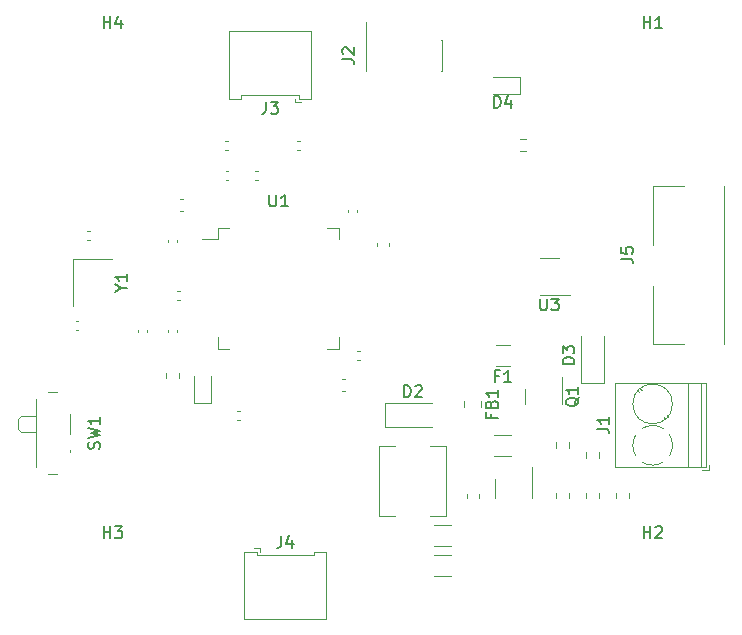
<source format=gbr>
%TF.GenerationSoftware,KiCad,Pcbnew,7.0.2*%
%TF.CreationDate,2023-05-29T18:28:01+05:30*%
%TF.ProjectId,_autosave-STM32,5f617574-6f73-4617-9665-2d53544d3332,rev?*%
%TF.SameCoordinates,Original*%
%TF.FileFunction,Legend,Top*%
%TF.FilePolarity,Positive*%
%FSLAX46Y46*%
G04 Gerber Fmt 4.6, Leading zero omitted, Abs format (unit mm)*
G04 Created by KiCad (PCBNEW 7.0.2) date 2023-05-29 18:28:01*
%MOMM*%
%LPD*%
G01*
G04 APERTURE LIST*
%ADD10C,0.150000*%
%ADD11C,0.120000*%
G04 APERTURE END LIST*
D10*
%TO.C,U1*%
X125028095Y-82907619D02*
X125028095Y-83717142D01*
X125028095Y-83717142D02*
X125075714Y-83812380D01*
X125075714Y-83812380D02*
X125123333Y-83860000D01*
X125123333Y-83860000D02*
X125218571Y-83907619D01*
X125218571Y-83907619D02*
X125409047Y-83907619D01*
X125409047Y-83907619D02*
X125504285Y-83860000D01*
X125504285Y-83860000D02*
X125551904Y-83812380D01*
X125551904Y-83812380D02*
X125599523Y-83717142D01*
X125599523Y-83717142D02*
X125599523Y-82907619D01*
X126599523Y-83907619D02*
X126028095Y-83907619D01*
X126313809Y-83907619D02*
X126313809Y-82907619D01*
X126313809Y-82907619D02*
X126218571Y-83050476D01*
X126218571Y-83050476D02*
X126123333Y-83145714D01*
X126123333Y-83145714D02*
X126028095Y-83193333D01*
%TO.C,U3*%
X147960595Y-91712619D02*
X147960595Y-92522142D01*
X147960595Y-92522142D02*
X148008214Y-92617380D01*
X148008214Y-92617380D02*
X148055833Y-92665000D01*
X148055833Y-92665000D02*
X148151071Y-92712619D01*
X148151071Y-92712619D02*
X148341547Y-92712619D01*
X148341547Y-92712619D02*
X148436785Y-92665000D01*
X148436785Y-92665000D02*
X148484404Y-92617380D01*
X148484404Y-92617380D02*
X148532023Y-92522142D01*
X148532023Y-92522142D02*
X148532023Y-91712619D01*
X148912976Y-91712619D02*
X149532023Y-91712619D01*
X149532023Y-91712619D02*
X149198690Y-92093571D01*
X149198690Y-92093571D02*
X149341547Y-92093571D01*
X149341547Y-92093571D02*
X149436785Y-92141190D01*
X149436785Y-92141190D02*
X149484404Y-92188809D01*
X149484404Y-92188809D02*
X149532023Y-92284047D01*
X149532023Y-92284047D02*
X149532023Y-92522142D01*
X149532023Y-92522142D02*
X149484404Y-92617380D01*
X149484404Y-92617380D02*
X149436785Y-92665000D01*
X149436785Y-92665000D02*
X149341547Y-92712619D01*
X149341547Y-92712619D02*
X149055833Y-92712619D01*
X149055833Y-92712619D02*
X148960595Y-92665000D01*
X148960595Y-92665000D02*
X148912976Y-92617380D01*
%TO.C,H4*%
X110998095Y-68822619D02*
X110998095Y-67822619D01*
X110998095Y-68298809D02*
X111569523Y-68298809D01*
X111569523Y-68822619D02*
X111569523Y-67822619D01*
X112474285Y-68155952D02*
X112474285Y-68822619D01*
X112236190Y-67775000D02*
X111998095Y-68489285D01*
X111998095Y-68489285D02*
X112617142Y-68489285D01*
%TO.C,H2*%
X156718095Y-112002619D02*
X156718095Y-111002619D01*
X156718095Y-111478809D02*
X157289523Y-111478809D01*
X157289523Y-112002619D02*
X157289523Y-111002619D01*
X157718095Y-111097857D02*
X157765714Y-111050238D01*
X157765714Y-111050238D02*
X157860952Y-111002619D01*
X157860952Y-111002619D02*
X158099047Y-111002619D01*
X158099047Y-111002619D02*
X158194285Y-111050238D01*
X158194285Y-111050238D02*
X158241904Y-111097857D01*
X158241904Y-111097857D02*
X158289523Y-111193095D01*
X158289523Y-111193095D02*
X158289523Y-111288333D01*
X158289523Y-111288333D02*
X158241904Y-111431190D01*
X158241904Y-111431190D02*
X157670476Y-112002619D01*
X157670476Y-112002619D02*
X158289523Y-112002619D01*
%TO.C,Y1*%
X112506428Y-90816190D02*
X112982619Y-90816190D01*
X111982619Y-91149523D02*
X112506428Y-90816190D01*
X112506428Y-90816190D02*
X111982619Y-90482857D01*
X112982619Y-89625714D02*
X112982619Y-90197142D01*
X112982619Y-89911428D02*
X111982619Y-89911428D01*
X111982619Y-89911428D02*
X112125476Y-90006666D01*
X112125476Y-90006666D02*
X112220714Y-90101904D01*
X112220714Y-90101904D02*
X112268333Y-90197142D01*
%TO.C,H1*%
X156718095Y-68822619D02*
X156718095Y-67822619D01*
X156718095Y-68298809D02*
X157289523Y-68298809D01*
X157289523Y-68822619D02*
X157289523Y-67822619D01*
X158289523Y-68822619D02*
X157718095Y-68822619D01*
X158003809Y-68822619D02*
X158003809Y-67822619D01*
X158003809Y-67822619D02*
X157908571Y-67965476D01*
X157908571Y-67965476D02*
X157813333Y-68060714D01*
X157813333Y-68060714D02*
X157718095Y-68108333D01*
%TO.C,Q1*%
X151227857Y-100092738D02*
X151180238Y-100187976D01*
X151180238Y-100187976D02*
X151085000Y-100283214D01*
X151085000Y-100283214D02*
X150942142Y-100426071D01*
X150942142Y-100426071D02*
X150894523Y-100521309D01*
X150894523Y-100521309D02*
X150894523Y-100616547D01*
X151132619Y-100568928D02*
X151085000Y-100664166D01*
X151085000Y-100664166D02*
X150989761Y-100759404D01*
X150989761Y-100759404D02*
X150799285Y-100807023D01*
X150799285Y-100807023D02*
X150465952Y-100807023D01*
X150465952Y-100807023D02*
X150275476Y-100759404D01*
X150275476Y-100759404D02*
X150180238Y-100664166D01*
X150180238Y-100664166D02*
X150132619Y-100568928D01*
X150132619Y-100568928D02*
X150132619Y-100378452D01*
X150132619Y-100378452D02*
X150180238Y-100283214D01*
X150180238Y-100283214D02*
X150275476Y-100187976D01*
X150275476Y-100187976D02*
X150465952Y-100140357D01*
X150465952Y-100140357D02*
X150799285Y-100140357D01*
X150799285Y-100140357D02*
X150989761Y-100187976D01*
X150989761Y-100187976D02*
X151085000Y-100283214D01*
X151085000Y-100283214D02*
X151132619Y-100378452D01*
X151132619Y-100378452D02*
X151132619Y-100568928D01*
X151132619Y-99187976D02*
X151132619Y-99759404D01*
X151132619Y-99473690D02*
X150132619Y-99473690D01*
X150132619Y-99473690D02*
X150275476Y-99568928D01*
X150275476Y-99568928D02*
X150370714Y-99664166D01*
X150370714Y-99664166D02*
X150418333Y-99759404D01*
%TO.C,J5*%
X154817619Y-88333333D02*
X155531904Y-88333333D01*
X155531904Y-88333333D02*
X155674761Y-88380952D01*
X155674761Y-88380952D02*
X155770000Y-88476190D01*
X155770000Y-88476190D02*
X155817619Y-88619047D01*
X155817619Y-88619047D02*
X155817619Y-88714285D01*
X154817619Y-87380952D02*
X154817619Y-87857142D01*
X154817619Y-87857142D02*
X155293809Y-87904761D01*
X155293809Y-87904761D02*
X155246190Y-87857142D01*
X155246190Y-87857142D02*
X155198571Y-87761904D01*
X155198571Y-87761904D02*
X155198571Y-87523809D01*
X155198571Y-87523809D02*
X155246190Y-87428571D01*
X155246190Y-87428571D02*
X155293809Y-87380952D01*
X155293809Y-87380952D02*
X155389047Y-87333333D01*
X155389047Y-87333333D02*
X155627142Y-87333333D01*
X155627142Y-87333333D02*
X155722380Y-87380952D01*
X155722380Y-87380952D02*
X155770000Y-87428571D01*
X155770000Y-87428571D02*
X155817619Y-87523809D01*
X155817619Y-87523809D02*
X155817619Y-87761904D01*
X155817619Y-87761904D02*
X155770000Y-87857142D01*
X155770000Y-87857142D02*
X155722380Y-87904761D01*
%TO.C,SW1*%
X110625000Y-104433332D02*
X110672619Y-104290475D01*
X110672619Y-104290475D02*
X110672619Y-104052380D01*
X110672619Y-104052380D02*
X110625000Y-103957142D01*
X110625000Y-103957142D02*
X110577380Y-103909523D01*
X110577380Y-103909523D02*
X110482142Y-103861904D01*
X110482142Y-103861904D02*
X110386904Y-103861904D01*
X110386904Y-103861904D02*
X110291666Y-103909523D01*
X110291666Y-103909523D02*
X110244047Y-103957142D01*
X110244047Y-103957142D02*
X110196428Y-104052380D01*
X110196428Y-104052380D02*
X110148809Y-104242856D01*
X110148809Y-104242856D02*
X110101190Y-104338094D01*
X110101190Y-104338094D02*
X110053571Y-104385713D01*
X110053571Y-104385713D02*
X109958333Y-104433332D01*
X109958333Y-104433332D02*
X109863095Y-104433332D01*
X109863095Y-104433332D02*
X109767857Y-104385713D01*
X109767857Y-104385713D02*
X109720238Y-104338094D01*
X109720238Y-104338094D02*
X109672619Y-104242856D01*
X109672619Y-104242856D02*
X109672619Y-104004761D01*
X109672619Y-104004761D02*
X109720238Y-103861904D01*
X109672619Y-103528570D02*
X110672619Y-103290475D01*
X110672619Y-103290475D02*
X109958333Y-103099999D01*
X109958333Y-103099999D02*
X110672619Y-102909523D01*
X110672619Y-102909523D02*
X109672619Y-102671428D01*
X110672619Y-101766666D02*
X110672619Y-102338094D01*
X110672619Y-102052380D02*
X109672619Y-102052380D01*
X109672619Y-102052380D02*
X109815476Y-102147618D01*
X109815476Y-102147618D02*
X109910714Y-102242856D01*
X109910714Y-102242856D02*
X109958333Y-102338094D01*
%TO.C,F1*%
X144446666Y-98278809D02*
X144113333Y-98278809D01*
X144113333Y-98802619D02*
X144113333Y-97802619D01*
X144113333Y-97802619D02*
X144589523Y-97802619D01*
X145494285Y-98802619D02*
X144922857Y-98802619D01*
X145208571Y-98802619D02*
X145208571Y-97802619D01*
X145208571Y-97802619D02*
X145113333Y-97945476D01*
X145113333Y-97945476D02*
X145018095Y-98040714D01*
X145018095Y-98040714D02*
X144922857Y-98088333D01*
%TO.C,J2*%
X131207619Y-71453333D02*
X131921904Y-71453333D01*
X131921904Y-71453333D02*
X132064761Y-71500952D01*
X132064761Y-71500952D02*
X132160000Y-71596190D01*
X132160000Y-71596190D02*
X132207619Y-71739047D01*
X132207619Y-71739047D02*
X132207619Y-71834285D01*
X131302857Y-71024761D02*
X131255238Y-70977142D01*
X131255238Y-70977142D02*
X131207619Y-70881904D01*
X131207619Y-70881904D02*
X131207619Y-70643809D01*
X131207619Y-70643809D02*
X131255238Y-70548571D01*
X131255238Y-70548571D02*
X131302857Y-70500952D01*
X131302857Y-70500952D02*
X131398095Y-70453333D01*
X131398095Y-70453333D02*
X131493333Y-70453333D01*
X131493333Y-70453333D02*
X131636190Y-70500952D01*
X131636190Y-70500952D02*
X132207619Y-71072380D01*
X132207619Y-71072380D02*
X132207619Y-70453333D01*
%TO.C,D2*%
X136421905Y-100062619D02*
X136421905Y-99062619D01*
X136421905Y-99062619D02*
X136660000Y-99062619D01*
X136660000Y-99062619D02*
X136802857Y-99110238D01*
X136802857Y-99110238D02*
X136898095Y-99205476D01*
X136898095Y-99205476D02*
X136945714Y-99300714D01*
X136945714Y-99300714D02*
X136993333Y-99491190D01*
X136993333Y-99491190D02*
X136993333Y-99634047D01*
X136993333Y-99634047D02*
X136945714Y-99824523D01*
X136945714Y-99824523D02*
X136898095Y-99919761D01*
X136898095Y-99919761D02*
X136802857Y-100015000D01*
X136802857Y-100015000D02*
X136660000Y-100062619D01*
X136660000Y-100062619D02*
X136421905Y-100062619D01*
X137374286Y-99157857D02*
X137421905Y-99110238D01*
X137421905Y-99110238D02*
X137517143Y-99062619D01*
X137517143Y-99062619D02*
X137755238Y-99062619D01*
X137755238Y-99062619D02*
X137850476Y-99110238D01*
X137850476Y-99110238D02*
X137898095Y-99157857D01*
X137898095Y-99157857D02*
X137945714Y-99253095D01*
X137945714Y-99253095D02*
X137945714Y-99348333D01*
X137945714Y-99348333D02*
X137898095Y-99491190D01*
X137898095Y-99491190D02*
X137326667Y-100062619D01*
X137326667Y-100062619D02*
X137945714Y-100062619D01*
%TO.C,D4*%
X144041905Y-75552619D02*
X144041905Y-74552619D01*
X144041905Y-74552619D02*
X144280000Y-74552619D01*
X144280000Y-74552619D02*
X144422857Y-74600238D01*
X144422857Y-74600238D02*
X144518095Y-74695476D01*
X144518095Y-74695476D02*
X144565714Y-74790714D01*
X144565714Y-74790714D02*
X144613333Y-74981190D01*
X144613333Y-74981190D02*
X144613333Y-75124047D01*
X144613333Y-75124047D02*
X144565714Y-75314523D01*
X144565714Y-75314523D02*
X144518095Y-75409761D01*
X144518095Y-75409761D02*
X144422857Y-75505000D01*
X144422857Y-75505000D02*
X144280000Y-75552619D01*
X144280000Y-75552619D02*
X144041905Y-75552619D01*
X145470476Y-74885952D02*
X145470476Y-75552619D01*
X145232381Y-74505000D02*
X144994286Y-75219285D01*
X144994286Y-75219285D02*
X145613333Y-75219285D01*
%TO.C,J4*%
X126046666Y-111812619D02*
X126046666Y-112526904D01*
X126046666Y-112526904D02*
X125999047Y-112669761D01*
X125999047Y-112669761D02*
X125903809Y-112765000D01*
X125903809Y-112765000D02*
X125760952Y-112812619D01*
X125760952Y-112812619D02*
X125665714Y-112812619D01*
X126951428Y-112145952D02*
X126951428Y-112812619D01*
X126713333Y-111765000D02*
X126475238Y-112479285D01*
X126475238Y-112479285D02*
X127094285Y-112479285D01*
%TO.C,FB1*%
X143828809Y-101495833D02*
X143828809Y-101829166D01*
X144352619Y-101829166D02*
X143352619Y-101829166D01*
X143352619Y-101829166D02*
X143352619Y-101352976D01*
X143828809Y-100638690D02*
X143876428Y-100495833D01*
X143876428Y-100495833D02*
X143924047Y-100448214D01*
X143924047Y-100448214D02*
X144019285Y-100400595D01*
X144019285Y-100400595D02*
X144162142Y-100400595D01*
X144162142Y-100400595D02*
X144257380Y-100448214D01*
X144257380Y-100448214D02*
X144305000Y-100495833D01*
X144305000Y-100495833D02*
X144352619Y-100591071D01*
X144352619Y-100591071D02*
X144352619Y-100972023D01*
X144352619Y-100972023D02*
X143352619Y-100972023D01*
X143352619Y-100972023D02*
X143352619Y-100638690D01*
X143352619Y-100638690D02*
X143400238Y-100543452D01*
X143400238Y-100543452D02*
X143447857Y-100495833D01*
X143447857Y-100495833D02*
X143543095Y-100448214D01*
X143543095Y-100448214D02*
X143638333Y-100448214D01*
X143638333Y-100448214D02*
X143733571Y-100495833D01*
X143733571Y-100495833D02*
X143781190Y-100543452D01*
X143781190Y-100543452D02*
X143828809Y-100638690D01*
X143828809Y-100638690D02*
X143828809Y-100972023D01*
X144352619Y-99448214D02*
X144352619Y-100019642D01*
X144352619Y-99733928D02*
X143352619Y-99733928D01*
X143352619Y-99733928D02*
X143495476Y-99829166D01*
X143495476Y-99829166D02*
X143590714Y-99924404D01*
X143590714Y-99924404D02*
X143638333Y-100019642D01*
%TO.C,H3*%
X110998095Y-112002619D02*
X110998095Y-111002619D01*
X110998095Y-111478809D02*
X111569523Y-111478809D01*
X111569523Y-112002619D02*
X111569523Y-111002619D01*
X111950476Y-111002619D02*
X112569523Y-111002619D01*
X112569523Y-111002619D02*
X112236190Y-111383571D01*
X112236190Y-111383571D02*
X112379047Y-111383571D01*
X112379047Y-111383571D02*
X112474285Y-111431190D01*
X112474285Y-111431190D02*
X112521904Y-111478809D01*
X112521904Y-111478809D02*
X112569523Y-111574047D01*
X112569523Y-111574047D02*
X112569523Y-111812142D01*
X112569523Y-111812142D02*
X112521904Y-111907380D01*
X112521904Y-111907380D02*
X112474285Y-111955000D01*
X112474285Y-111955000D02*
X112379047Y-112002619D01*
X112379047Y-112002619D02*
X112093333Y-112002619D01*
X112093333Y-112002619D02*
X111998095Y-111955000D01*
X111998095Y-111955000D02*
X111950476Y-111907380D01*
%TO.C,J1*%
X152782619Y-102723333D02*
X153496904Y-102723333D01*
X153496904Y-102723333D02*
X153639761Y-102770952D01*
X153639761Y-102770952D02*
X153735000Y-102866190D01*
X153735000Y-102866190D02*
X153782619Y-103009047D01*
X153782619Y-103009047D02*
X153782619Y-103104285D01*
X153782619Y-101723333D02*
X153782619Y-102294761D01*
X153782619Y-102009047D02*
X152782619Y-102009047D01*
X152782619Y-102009047D02*
X152925476Y-102104285D01*
X152925476Y-102104285D02*
X153020714Y-102199523D01*
X153020714Y-102199523D02*
X153068333Y-102294761D01*
%TO.C,J3*%
X124746666Y-75072619D02*
X124746666Y-75786904D01*
X124746666Y-75786904D02*
X124699047Y-75929761D01*
X124699047Y-75929761D02*
X124603809Y-76025000D01*
X124603809Y-76025000D02*
X124460952Y-76072619D01*
X124460952Y-76072619D02*
X124365714Y-76072619D01*
X125127619Y-75072619D02*
X125746666Y-75072619D01*
X125746666Y-75072619D02*
X125413333Y-75453571D01*
X125413333Y-75453571D02*
X125556190Y-75453571D01*
X125556190Y-75453571D02*
X125651428Y-75501190D01*
X125651428Y-75501190D02*
X125699047Y-75548809D01*
X125699047Y-75548809D02*
X125746666Y-75644047D01*
X125746666Y-75644047D02*
X125746666Y-75882142D01*
X125746666Y-75882142D02*
X125699047Y-75977380D01*
X125699047Y-75977380D02*
X125651428Y-76025000D01*
X125651428Y-76025000D02*
X125556190Y-76072619D01*
X125556190Y-76072619D02*
X125270476Y-76072619D01*
X125270476Y-76072619D02*
X125175238Y-76025000D01*
X125175238Y-76025000D02*
X125127619Y-75977380D01*
%TO.C,D3*%
X150862619Y-97258094D02*
X149862619Y-97258094D01*
X149862619Y-97258094D02*
X149862619Y-97019999D01*
X149862619Y-97019999D02*
X149910238Y-96877142D01*
X149910238Y-96877142D02*
X150005476Y-96781904D01*
X150005476Y-96781904D02*
X150100714Y-96734285D01*
X150100714Y-96734285D02*
X150291190Y-96686666D01*
X150291190Y-96686666D02*
X150434047Y-96686666D01*
X150434047Y-96686666D02*
X150624523Y-96734285D01*
X150624523Y-96734285D02*
X150719761Y-96781904D01*
X150719761Y-96781904D02*
X150815000Y-96877142D01*
X150815000Y-96877142D02*
X150862619Y-97019999D01*
X150862619Y-97019999D02*
X150862619Y-97258094D01*
X149862619Y-96353332D02*
X149862619Y-95734285D01*
X149862619Y-95734285D02*
X150243571Y-96067618D01*
X150243571Y-96067618D02*
X150243571Y-95924761D01*
X150243571Y-95924761D02*
X150291190Y-95829523D01*
X150291190Y-95829523D02*
X150338809Y-95781904D01*
X150338809Y-95781904D02*
X150434047Y-95734285D01*
X150434047Y-95734285D02*
X150672142Y-95734285D01*
X150672142Y-95734285D02*
X150767380Y-95781904D01*
X150767380Y-95781904D02*
X150815000Y-95829523D01*
X150815000Y-95829523D02*
X150862619Y-95924761D01*
X150862619Y-95924761D02*
X150862619Y-96210475D01*
X150862619Y-96210475D02*
X150815000Y-96305713D01*
X150815000Y-96305713D02*
X150767380Y-96353332D01*
D11*
%TO.C,C4*%
X116480000Y-86947836D02*
X116480000Y-86732164D01*
X117200000Y-86947836D02*
X117200000Y-86732164D01*
%TO.C,U1*%
X120680000Y-85735000D02*
X120680000Y-86685000D01*
X120680000Y-86685000D02*
X119340000Y-86685000D01*
X120680000Y-95955000D02*
X120680000Y-95005000D01*
X121630000Y-85735000D02*
X120680000Y-85735000D01*
X121630000Y-95955000D02*
X120680000Y-95955000D01*
X129950000Y-85735000D02*
X130900000Y-85735000D01*
X129950000Y-95955000D02*
X130900000Y-95955000D01*
X130900000Y-85735000D02*
X130900000Y-86685000D01*
X130900000Y-95955000D02*
X130900000Y-95005000D01*
%TO.C,C7*%
X131720000Y-84407836D02*
X131720000Y-84192164D01*
X132440000Y-84407836D02*
X132440000Y-84192164D01*
%TO.C,C9*%
X113940000Y-94567836D02*
X113940000Y-94352164D01*
X114660000Y-94567836D02*
X114660000Y-94352164D01*
%TO.C,U3*%
X148722500Y-91410000D02*
X150522500Y-91410000D01*
X148722500Y-91410000D02*
X147922500Y-91410000D01*
X148722500Y-88290000D02*
X149522500Y-88290000D01*
X148722500Y-88290000D02*
X147922500Y-88290000D01*
%TO.C,R6*%
X149337500Y-108632258D02*
X149337500Y-108157742D01*
X150382500Y-108632258D02*
X150382500Y-108157742D01*
%TO.C,C14*%
X142750000Y-108304420D02*
X142750000Y-108585580D01*
X141730000Y-108304420D02*
X141730000Y-108585580D01*
%TO.C,C2*%
X134110000Y-87275580D02*
X134110000Y-86994420D01*
X135130000Y-87275580D02*
X135130000Y-86994420D01*
%TO.C,R7*%
X152922500Y-108157742D02*
X152922500Y-108632258D01*
X151877500Y-108157742D02*
X151877500Y-108632258D01*
%TO.C,Y1*%
X111720000Y-88340000D02*
X108420000Y-88340000D01*
X108420000Y-88340000D02*
X108420000Y-92340000D01*
%TO.C,C3*%
X117755580Y-84330000D02*
X117474420Y-84330000D01*
X117755580Y-83310000D02*
X117474420Y-83310000D01*
%TO.C,Q1*%
X149830000Y-99997500D02*
X149830000Y-98322500D01*
X149830000Y-99997500D02*
X149830000Y-100647500D01*
X146710000Y-99997500D02*
X146710000Y-99347500D01*
X146710000Y-99997500D02*
X146710000Y-100647500D01*
%TO.C,J5*%
X157505000Y-95600000D02*
X160105000Y-95600000D01*
X157505000Y-95600000D02*
X157505000Y-90650000D01*
X157505000Y-82200000D02*
X157505000Y-87150000D01*
X157505000Y-82200000D02*
X160105000Y-82200000D01*
X163505000Y-82200000D02*
X163505000Y-95600000D01*
%TO.C,R2*%
X117503641Y-91820000D02*
X117196359Y-91820000D01*
X117503641Y-91060000D02*
X117196359Y-91060000D01*
%TO.C,SW1*%
X107080000Y-99650000D02*
X106290000Y-99650000D01*
X105280000Y-100250000D02*
X105280000Y-105950000D01*
X108130000Y-101500000D02*
X108130000Y-103200000D01*
X105280000Y-101700000D02*
X103990000Y-101700000D01*
X103990000Y-101700000D02*
X103780000Y-101900000D01*
X103780000Y-101900000D02*
X103780000Y-102800000D01*
X103990000Y-103000000D02*
X103780000Y-102800000D01*
X103990000Y-103000000D02*
X105280000Y-103000000D01*
X108130000Y-104500000D02*
X108130000Y-104700000D01*
X106290000Y-106550000D02*
X107080000Y-106550000D01*
%TO.C,D1*%
X118645000Y-100545000D02*
X120115000Y-100545000D01*
X120115000Y-100545000D02*
X120115000Y-98260000D01*
X118645000Y-98260000D02*
X118645000Y-100545000D01*
%TO.C,R1*%
X121256359Y-78360000D02*
X121563641Y-78360000D01*
X121256359Y-79120000D02*
X121563641Y-79120000D01*
%TO.C,R11*%
X146257742Y-78217500D02*
X146732258Y-78217500D01*
X146257742Y-79262500D02*
X146732258Y-79262500D01*
%TO.C,U2*%
X144170000Y-107817500D02*
X144170000Y-108617500D01*
X144170000Y-107817500D02*
X144170000Y-107017500D01*
X147290000Y-107817500D02*
X147290000Y-108617500D01*
X147290000Y-107817500D02*
X147290000Y-106017500D01*
%TO.C,C1*%
X131164420Y-98550000D02*
X131445580Y-98550000D01*
X131164420Y-99570000D02*
X131445580Y-99570000D01*
%TO.C,C12*%
X108847836Y-94340000D02*
X108632164Y-94340000D01*
X108847836Y-93620000D02*
X108632164Y-93620000D01*
%TO.C,C5*%
X122507836Y-101960000D02*
X122292164Y-101960000D01*
X122507836Y-101240000D02*
X122292164Y-101240000D01*
%TO.C,R3*%
X117362500Y-97997742D02*
X117362500Y-98472258D01*
X116317500Y-97997742D02*
X116317500Y-98472258D01*
%TO.C,F1*%
X145382064Y-97430000D02*
X144177936Y-97430000D01*
X145382064Y-95610000D02*
X144177936Y-95610000D01*
%TO.C,C11*%
X109592164Y-86000000D02*
X109807836Y-86000000D01*
X109592164Y-86720000D02*
X109807836Y-86720000D01*
%TO.C,R9*%
X127663641Y-79120000D02*
X127356359Y-79120000D01*
X127663641Y-78360000D02*
X127356359Y-78360000D01*
%TO.C,R5*%
X151877500Y-105202258D02*
X151877500Y-104727742D01*
X152922500Y-105202258D02*
X152922500Y-104727742D01*
%TO.C,J2*%
X133185000Y-72450000D02*
X133245000Y-72450000D01*
X133185000Y-72450000D02*
X133185000Y-69790000D01*
X139595000Y-72450000D02*
X139655000Y-72450000D01*
X139655000Y-72450000D02*
X139655000Y-69790000D01*
X133185000Y-69790000D02*
X133245000Y-69790000D01*
X133245000Y-69790000D02*
X133245000Y-68330000D01*
X139595000Y-69790000D02*
X139655000Y-69790000D01*
%TO.C,R10*%
X123796359Y-80900000D02*
X124103641Y-80900000D01*
X123796359Y-81660000D02*
X124103641Y-81660000D01*
%TO.C,C15*%
X138988748Y-110850000D02*
X140411252Y-110850000D01*
X138988748Y-112670000D02*
X140411252Y-112670000D01*
%TO.C,R4*%
X150382500Y-103902742D02*
X150382500Y-104377258D01*
X149337500Y-103902742D02*
X149337500Y-104377258D01*
%TO.C,D2*%
X134800000Y-100600000D02*
X134800000Y-102600000D01*
X134800000Y-100600000D02*
X138810000Y-100600000D01*
X134800000Y-102600000D02*
X138810000Y-102600000D01*
%TO.C,C16*%
X138988748Y-113390000D02*
X140411252Y-113390000D01*
X138988748Y-115210000D02*
X140411252Y-115210000D01*
%TO.C,D4*%
X146265000Y-74395000D02*
X146265000Y-72925000D01*
X146265000Y-72925000D02*
X143980000Y-72925000D01*
X143980000Y-74395000D02*
X146265000Y-74395000D01*
%TO.C,J4*%
X122890000Y-113140000D02*
X122890000Y-118860000D01*
X122890000Y-118860000D02*
X126375000Y-118860000D01*
X123960000Y-113140000D02*
X122890000Y-113140000D01*
X123960000Y-113440000D02*
X123960000Y-113140000D01*
X124250000Y-112850000D02*
X123750000Y-112850000D01*
X124250000Y-113150000D02*
X124250000Y-112850000D01*
X126375000Y-113440000D02*
X123960000Y-113440000D01*
X126375000Y-113440000D02*
X128790000Y-113440000D01*
X128790000Y-113140000D02*
X129860000Y-113140000D01*
X128790000Y-113440000D02*
X128790000Y-113140000D01*
X129860000Y-113140000D02*
X129860000Y-118860000D01*
X129860000Y-118860000D02*
X126375000Y-118860000D01*
%TO.C,FB1*%
X142950000Y-100403922D02*
X142950000Y-100921078D01*
X141530000Y-100403922D02*
X141530000Y-100921078D01*
%TO.C,L2*%
X140020000Y-104210000D02*
X138670000Y-104210000D01*
X140020000Y-104210000D02*
X140020000Y-110130000D01*
X134300000Y-104210000D02*
X135650000Y-104210000D01*
X134300000Y-104210000D02*
X134300000Y-110130000D01*
X140020000Y-110130000D02*
X138670000Y-110130000D01*
X134300000Y-110130000D02*
X135650000Y-110130000D01*
%TO.C,C6*%
X132667836Y-96880000D02*
X132452164Y-96880000D01*
X132667836Y-96160000D02*
X132452164Y-96160000D01*
%TO.C,J1*%
X161640000Y-106190000D02*
X162280000Y-106190000D01*
X162280000Y-106190000D02*
X162280000Y-105790000D01*
X154320000Y-105950000D02*
X162040000Y-105950000D01*
X154320000Y-105950000D02*
X154320000Y-98830000D01*
X160480000Y-105950000D02*
X160480000Y-98830000D01*
X161580000Y-105950000D02*
X161580000Y-98830000D01*
X162040000Y-105950000D02*
X162040000Y-98830000D01*
X158421000Y-101785000D02*
X158549000Y-101914000D01*
X158661000Y-101615000D02*
X158754000Y-101709000D01*
X156205000Y-99570000D02*
X156299000Y-99664000D01*
X156411000Y-99365000D02*
X156539000Y-99494000D01*
X154320000Y-98830000D02*
X162040000Y-98830000D01*
X156614000Y-105580000D02*
G75*
G03*
X158369894Y-105565358I866000J1439998D01*
G01*
X156040000Y-103274000D02*
G75*
G03*
X156054642Y-105029894I1439998J-866000D01*
G01*
X158920000Y-105006000D02*
G75*
G03*
X159160098Y-104111326I-1440014J866003D01*
G01*
X159159999Y-104140000D02*
G75*
G03*
X158904720Y-103249736I-1679989J3D01*
G01*
X158370999Y-102715001D02*
G75*
G03*
X156589808Y-102714497I-890999J-1425002D01*
G01*
X159160000Y-100640000D02*
G75*
G03*
X159160000Y-100640000I-1680000J0D01*
G01*
%TO.C,C8*%
X121332164Y-80920000D02*
X121547836Y-80920000D01*
X121332164Y-81640000D02*
X121547836Y-81640000D01*
%TO.C,R8*%
X154417500Y-108632258D02*
X154417500Y-108157742D01*
X155462500Y-108632258D02*
X155462500Y-108157742D01*
%TO.C,J3*%
X128570000Y-74820000D02*
X128570000Y-69100000D01*
X128570000Y-69100000D02*
X125085000Y-69100000D01*
X127500000Y-74820000D02*
X128570000Y-74820000D01*
X127500000Y-74520000D02*
X127500000Y-74820000D01*
X127210000Y-75110000D02*
X127710000Y-75110000D01*
X127210000Y-74810000D02*
X127210000Y-75110000D01*
X125085000Y-74520000D02*
X127500000Y-74520000D01*
X125085000Y-74520000D02*
X122670000Y-74520000D01*
X122670000Y-74820000D02*
X121600000Y-74820000D01*
X122670000Y-74520000D02*
X122670000Y-74820000D01*
X121600000Y-74820000D02*
X121600000Y-69100000D01*
X121600000Y-69100000D02*
X125085000Y-69100000D01*
%TO.C,C10*%
X116480000Y-94567836D02*
X116480000Y-94352164D01*
X117200000Y-94567836D02*
X117200000Y-94352164D01*
%TO.C,C13*%
X144068748Y-103230000D02*
X145491252Y-103230000D01*
X144068748Y-105050000D02*
X145491252Y-105050000D01*
%TO.C,D3*%
X151400000Y-98880000D02*
X153400000Y-98880000D01*
X151400000Y-98880000D02*
X151400000Y-94870000D01*
X153400000Y-98880000D02*
X153400000Y-94870000D01*
%TD*%
M02*

</source>
